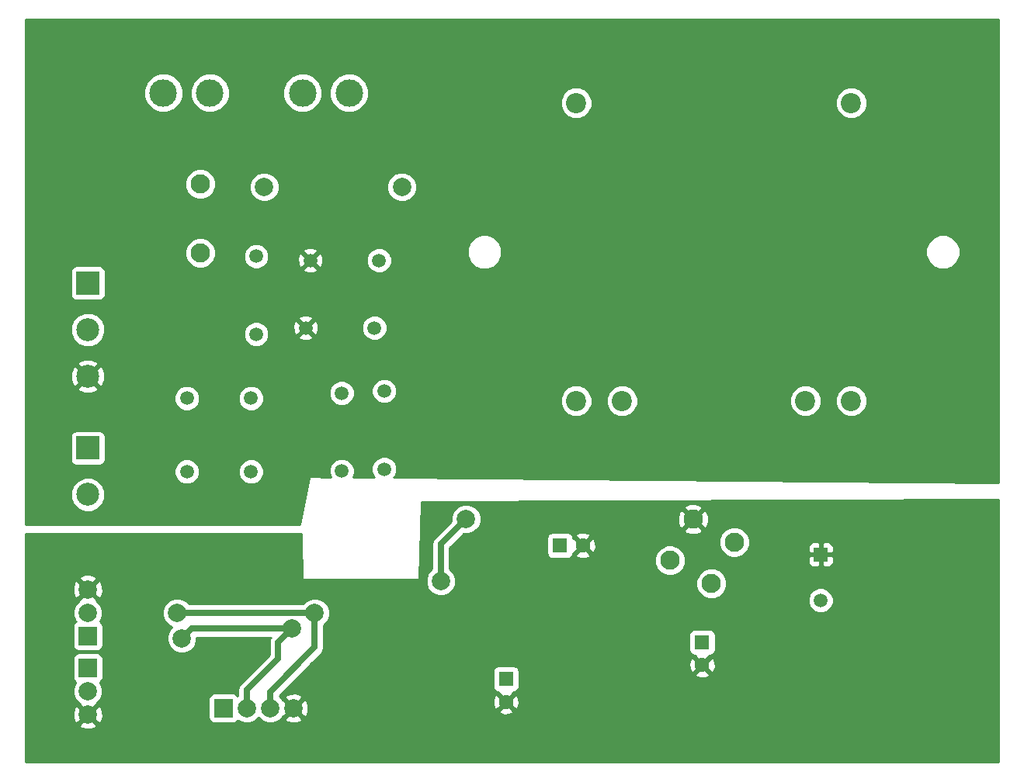
<source format=gtl>
G04 #@! TF.FileFunction,Copper,L1,Top,Signal*
%FSLAX46Y46*%
G04 Gerber Fmt 4.6, Leading zero omitted, Abs format (unit mm)*
G04 Created by KiCad (PCBNEW 4.0.4+dfsg1-stable) date Sun Feb  5 22:53:45 2017*
%MOMM*%
%LPD*%
G01*
G04 APERTURE LIST*
%ADD100C,0.100000*%
%ADD110C,1.500000*%
%ADD120R,1.500000X1.500000*%
%ADD130C,2.100000*%
%ADD140C,3.000000*%
%ADD150R,2.500000X2.500000*%
%ADD160C,2.500000*%
%ADD170R,2.000000X2.000000*%
%ADD180C,2.000000*%
%ADD190C,2.200000*%
%ADD200C,1.600000*%
%ADD210R,1.600000X1.600000*%
%ADD220C,0.700000*%
%ADD230C,0.254000*%
G04 APERTURE END LIST*
D100*
D110*
X87430000Y18380000D03*
D120*
X87430000Y23380000D03*
D130*
X71010000Y22730000D03*
X73510000Y27230000D03*
X75510000Y20230000D03*
X78010000Y24730000D03*
D140*
X35984000Y73772000D03*
X30904000Y73772000D03*
X15744000Y73772000D03*
X20824000Y73772000D03*
D150*
X7500000Y53000000D03*
D160*
X7500000Y47920000D03*
X7500000Y42840000D03*
D150*
X7500000Y35000000D03*
D160*
X7500000Y29920000D03*
D170*
X22300000Y6600000D03*
D180*
X24840000Y6600000D03*
X27380000Y6600000D03*
X29920000Y6600000D03*
D130*
X19768000Y63806000D03*
X19768000Y56306000D03*
D110*
X35190000Y32490000D03*
X35190000Y40990000D03*
X39820000Y32710000D03*
X39820000Y41210000D03*
X25864000Y55924000D03*
X25864000Y47424000D03*
D190*
X60750000Y72650000D03*
X90750000Y72650000D03*
X65750000Y40150000D03*
X60750000Y40150000D03*
X85750000Y40150000D03*
X90750000Y40150000D03*
D180*
X26750000Y63500000D03*
X41750000Y63500000D03*
D110*
X38758000Y48118000D03*
X31258000Y48118000D03*
X31766000Y55484000D03*
X39266000Y55484000D03*
X18300000Y40434000D03*
X25300000Y40434000D03*
X18300000Y32434000D03*
X25300000Y32434000D03*
D170*
X7500000Y14500000D03*
D180*
X7500000Y17040000D03*
X7500000Y19580000D03*
D170*
X7500000Y11000000D03*
D180*
X7500000Y8460000D03*
X7500000Y5920000D03*
D200*
X74500000Y11300000D03*
D210*
X74500000Y13800000D03*
D200*
X61480000Y24360000D03*
D210*
X58980000Y24360000D03*
D200*
X53100000Y7300000D03*
D210*
X53100000Y9800000D03*
D180*
X19000000Y12000000D03*
X35500000Y11750000D03*
X53000000Y21500000D03*
X17750000Y14250000D03*
X29750000Y15300000D03*
X48750000Y27250000D03*
X46000000Y20500000D03*
X17250000Y17000000D03*
X32250000Y17000000D03*
D220*
X19250000Y12250000D02*
X19250000Y12000000D01*
X19000000Y12000000D02*
X19250000Y12250000D01*
X29750000Y15300000D02*
X18800000Y15300000D01*
X18800000Y15300000D02*
X17750000Y14250000D01*
X24840000Y6600000D02*
X24840000Y8590000D01*
X28250000Y12000000D02*
X24840000Y8590000D01*
X28250000Y13800000D02*
X28250000Y12000000D01*
X28250000Y13800000D02*
X29750000Y15300000D01*
X48750000Y27250000D02*
X46000000Y24500000D01*
X46000000Y24500000D02*
X46000000Y20500000D01*
X32250000Y17000000D02*
X17250000Y17000000D01*
X27380000Y6600000D02*
X27380000Y8380000D01*
X32250000Y13250000D02*
X32250000Y17000000D01*
X27380000Y8380000D02*
X32250000Y13250000D01*
D230*
G36*
X106790000Y31202993D02*
X40863943Y31795143D01*
X40993461Y31924436D01*
X41204759Y32433298D01*
X41205240Y32984285D01*
X40994831Y33493515D01*
X40605564Y33883461D01*
X40096702Y34094759D01*
X39545715Y34095240D01*
X39036485Y33884831D01*
X38646539Y33495564D01*
X38435241Y32986702D01*
X38434760Y32435715D01*
X38645169Y31926485D01*
X38757394Y31814065D01*
X36417709Y31835080D01*
X36574759Y32213298D01*
X36575240Y32764285D01*
X36364831Y33273515D01*
X35975564Y33663461D01*
X35466702Y33874759D01*
X34915715Y33875240D01*
X34406485Y33664831D01*
X34016539Y33275564D01*
X33805241Y32766702D01*
X33804760Y32215715D01*
X33952887Y31857219D01*
X31751141Y31876995D01*
X31701643Y31867433D01*
X31659764Y31839367D01*
X31625243Y31773763D01*
X30644907Y26627000D01*
X710000Y26627000D01*
X710000Y29546695D01*
X5614674Y29546695D01*
X5901043Y28853628D01*
X6430839Y28322907D01*
X7123405Y28035328D01*
X7873305Y28034674D01*
X8566372Y28321043D01*
X9097093Y28850839D01*
X9384672Y29543405D01*
X9385326Y30293305D01*
X9098957Y30986372D01*
X8569161Y31517093D01*
X7876595Y31804672D01*
X7126695Y31805326D01*
X6433628Y31518957D01*
X5902907Y30989161D01*
X5615328Y30296595D01*
X5614674Y29546695D01*
X710000Y29546695D01*
X710000Y32159715D01*
X16914760Y32159715D01*
X17125169Y31650485D01*
X17514436Y31260539D01*
X18023298Y31049241D01*
X18574285Y31048760D01*
X19083515Y31259169D01*
X19473461Y31648436D01*
X19684759Y32157298D01*
X19684761Y32159715D01*
X23914760Y32159715D01*
X24125169Y31650485D01*
X24514436Y31260539D01*
X25023298Y31049241D01*
X25574285Y31048760D01*
X26083515Y31259169D01*
X26473461Y31648436D01*
X26684759Y32157298D01*
X26685240Y32708285D01*
X26474831Y33217515D01*
X26085564Y33607461D01*
X25576702Y33818759D01*
X25025715Y33819240D01*
X24516485Y33608831D01*
X24126539Y33219564D01*
X23915241Y32710702D01*
X23914760Y32159715D01*
X19684761Y32159715D01*
X19685240Y32708285D01*
X19474831Y33217515D01*
X19085564Y33607461D01*
X18576702Y33818759D01*
X18025715Y33819240D01*
X17516485Y33608831D01*
X17126539Y33219564D01*
X16915241Y32710702D01*
X16914760Y32159715D01*
X710000Y32159715D01*
X710000Y36250000D01*
X5602560Y36250000D01*
X5602560Y33750000D01*
X5646838Y33514683D01*
X5785910Y33298559D01*
X5998110Y33153569D01*
X6250000Y33102560D01*
X8750000Y33102560D01*
X8985317Y33146838D01*
X9201441Y33285910D01*
X9346431Y33498110D01*
X9397440Y33750000D01*
X9397440Y36250000D01*
X9353162Y36485317D01*
X9214090Y36701441D01*
X9001890Y36846431D01*
X8750000Y36897440D01*
X6250000Y36897440D01*
X6014683Y36853162D01*
X5798559Y36714090D01*
X5653569Y36501890D01*
X5602560Y36250000D01*
X710000Y36250000D01*
X710000Y40159715D01*
X16914760Y40159715D01*
X17125169Y39650485D01*
X17514436Y39260539D01*
X18023298Y39049241D01*
X18574285Y39048760D01*
X19083515Y39259169D01*
X19473461Y39648436D01*
X19684759Y40157298D01*
X19684761Y40159715D01*
X23914760Y40159715D01*
X24125169Y39650485D01*
X24514436Y39260539D01*
X25023298Y39049241D01*
X25574285Y39048760D01*
X26083515Y39259169D01*
X26473461Y39648436D01*
X26684759Y40157298D01*
X26685240Y40708285D01*
X26682170Y40715715D01*
X33804760Y40715715D01*
X34015169Y40206485D01*
X34404436Y39816539D01*
X34913298Y39605241D01*
X35464285Y39604760D01*
X35952294Y39806401D01*
X59014699Y39806401D01*
X59278281Y39168485D01*
X59765918Y38679996D01*
X60403373Y38415301D01*
X61093599Y38414699D01*
X61731515Y38678281D01*
X62220004Y39165918D01*
X62484699Y39803373D01*
X62484701Y39806401D01*
X64014699Y39806401D01*
X64278281Y39168485D01*
X64765918Y38679996D01*
X65403373Y38415301D01*
X66093599Y38414699D01*
X66731515Y38678281D01*
X67220004Y39165918D01*
X67484699Y39803373D01*
X67484701Y39806401D01*
X84014699Y39806401D01*
X84278281Y39168485D01*
X84765918Y38679996D01*
X85403373Y38415301D01*
X86093599Y38414699D01*
X86731515Y38678281D01*
X87220004Y39165918D01*
X87484699Y39803373D01*
X87484701Y39806401D01*
X89014699Y39806401D01*
X89278281Y39168485D01*
X89765918Y38679996D01*
X90403373Y38415301D01*
X91093599Y38414699D01*
X91731515Y38678281D01*
X92220004Y39165918D01*
X92484699Y39803373D01*
X92485301Y40493599D01*
X92221719Y41131515D01*
X91734082Y41620004D01*
X91096627Y41884699D01*
X90406401Y41885301D01*
X89768485Y41621719D01*
X89279996Y41134082D01*
X89015301Y40496627D01*
X89014699Y39806401D01*
X87484701Y39806401D01*
X87485301Y40493599D01*
X87221719Y41131515D01*
X86734082Y41620004D01*
X86096627Y41884699D01*
X85406401Y41885301D01*
X84768485Y41621719D01*
X84279996Y41134082D01*
X84015301Y40496627D01*
X84014699Y39806401D01*
X67484701Y39806401D01*
X67485301Y40493599D01*
X67221719Y41131515D01*
X66734082Y41620004D01*
X66096627Y41884699D01*
X65406401Y41885301D01*
X64768485Y41621719D01*
X64279996Y41134082D01*
X64015301Y40496627D01*
X64014699Y39806401D01*
X62484701Y39806401D01*
X62485301Y40493599D01*
X62221719Y41131515D01*
X61734082Y41620004D01*
X61096627Y41884699D01*
X60406401Y41885301D01*
X59768485Y41621719D01*
X59279996Y41134082D01*
X59015301Y40496627D01*
X59014699Y39806401D01*
X35952294Y39806401D01*
X35973515Y39815169D01*
X36363461Y40204436D01*
X36574759Y40713298D01*
X36574953Y40935715D01*
X38434760Y40935715D01*
X38645169Y40426485D01*
X39034436Y40036539D01*
X39543298Y39825241D01*
X40094285Y39824760D01*
X40603515Y40035169D01*
X40993461Y40424436D01*
X41204759Y40933298D01*
X41205240Y41484285D01*
X40994831Y41993515D01*
X40605564Y42383461D01*
X40096702Y42594759D01*
X39545715Y42595240D01*
X39036485Y42384831D01*
X38646539Y41995564D01*
X38435241Y41486702D01*
X38434760Y40935715D01*
X36574953Y40935715D01*
X36575240Y41264285D01*
X36364831Y41773515D01*
X35975564Y42163461D01*
X35466702Y42374759D01*
X34915715Y42375240D01*
X34406485Y42164831D01*
X34016539Y41775564D01*
X33805241Y41266702D01*
X33804760Y40715715D01*
X26682170Y40715715D01*
X26474831Y41217515D01*
X26085564Y41607461D01*
X25576702Y41818759D01*
X25025715Y41819240D01*
X24516485Y41608831D01*
X24126539Y41219564D01*
X23915241Y40710702D01*
X23914760Y40159715D01*
X19684761Y40159715D01*
X19685240Y40708285D01*
X19474831Y41217515D01*
X19085564Y41607461D01*
X18576702Y41818759D01*
X18025715Y41819240D01*
X17516485Y41608831D01*
X17126539Y41219564D01*
X16915241Y40710702D01*
X16914760Y40159715D01*
X710000Y40159715D01*
X710000Y41506680D01*
X6346285Y41506680D01*
X6475533Y41213877D01*
X7175806Y40945612D01*
X7925435Y40965750D01*
X8524467Y41213877D01*
X8653715Y41506680D01*
X7500000Y42660395D01*
X6346285Y41506680D01*
X710000Y41506680D01*
X710000Y43164194D01*
X5605612Y43164194D01*
X5625750Y42414565D01*
X5873877Y41815533D01*
X6166680Y41686285D01*
X7320395Y42840000D01*
X7679605Y42840000D01*
X8833320Y41686285D01*
X9126123Y41815533D01*
X9394388Y42515806D01*
X9374250Y43265435D01*
X9126123Y43864467D01*
X8833320Y43993715D01*
X7679605Y42840000D01*
X7320395Y42840000D01*
X6166680Y43993715D01*
X5873877Y43864467D01*
X5605612Y43164194D01*
X710000Y43164194D01*
X710000Y44173320D01*
X6346285Y44173320D01*
X7500000Y43019605D01*
X8653715Y44173320D01*
X8524467Y44466123D01*
X7824194Y44734388D01*
X7074565Y44714250D01*
X6475533Y44466123D01*
X6346285Y44173320D01*
X710000Y44173320D01*
X710000Y47546695D01*
X5614674Y47546695D01*
X5901043Y46853628D01*
X6430839Y46322907D01*
X7123405Y46035328D01*
X7873305Y46034674D01*
X8566372Y46321043D01*
X9097093Y46850839D01*
X9221197Y47149715D01*
X24478760Y47149715D01*
X24689169Y46640485D01*
X25078436Y46250539D01*
X25587298Y46039241D01*
X26138285Y46038760D01*
X26647515Y46249169D01*
X27037461Y46638436D01*
X27248420Y47146483D01*
X30466088Y47146483D01*
X30534077Y46905540D01*
X31053171Y46720799D01*
X31603448Y46748770D01*
X31981923Y46905540D01*
X32049912Y47146483D01*
X31258000Y47938395D01*
X30466088Y47146483D01*
X27248420Y47146483D01*
X27248759Y47147298D01*
X27249240Y47698285D01*
X27038831Y48207515D01*
X26923718Y48322829D01*
X29860799Y48322829D01*
X29888770Y47772552D01*
X30045540Y47394077D01*
X30286483Y47326088D01*
X31078395Y48118000D01*
X31437605Y48118000D01*
X32229517Y47326088D01*
X32470460Y47394077D01*
X32630482Y47843715D01*
X37372760Y47843715D01*
X37583169Y47334485D01*
X37972436Y46944539D01*
X38481298Y46733241D01*
X39032285Y46732760D01*
X39541515Y46943169D01*
X39931461Y47332436D01*
X40142759Y47841298D01*
X40143240Y48392285D01*
X39932831Y48901515D01*
X39543564Y49291461D01*
X39034702Y49502759D01*
X38483715Y49503240D01*
X37974485Y49292831D01*
X37584539Y48903564D01*
X37373241Y48394702D01*
X37372760Y47843715D01*
X32630482Y47843715D01*
X32655201Y47913171D01*
X32627230Y48463448D01*
X32470460Y48841923D01*
X32229517Y48909912D01*
X31437605Y48118000D01*
X31078395Y48118000D01*
X30286483Y48909912D01*
X30045540Y48841923D01*
X29860799Y48322829D01*
X26923718Y48322829D01*
X26649564Y48597461D01*
X26140702Y48808759D01*
X25589715Y48809240D01*
X25080485Y48598831D01*
X24690539Y48209564D01*
X24479241Y47700702D01*
X24478760Y47149715D01*
X9221197Y47149715D01*
X9384672Y47543405D01*
X9385326Y48293305D01*
X9098957Y48986372D01*
X8995992Y49089517D01*
X30466088Y49089517D01*
X31258000Y48297605D01*
X32049912Y49089517D01*
X31981923Y49330460D01*
X31462829Y49515201D01*
X30912552Y49487230D01*
X30534077Y49330460D01*
X30466088Y49089517D01*
X8995992Y49089517D01*
X8569161Y49517093D01*
X7876595Y49804672D01*
X7126695Y49805326D01*
X6433628Y49518957D01*
X5902907Y48989161D01*
X5615328Y48296595D01*
X5614674Y47546695D01*
X710000Y47546695D01*
X710000Y54250000D01*
X5602560Y54250000D01*
X5602560Y51750000D01*
X5646838Y51514683D01*
X5785910Y51298559D01*
X5998110Y51153569D01*
X6250000Y51102560D01*
X8750000Y51102560D01*
X8985317Y51146838D01*
X9201441Y51285910D01*
X9346431Y51498110D01*
X9397440Y51750000D01*
X9397440Y54250000D01*
X9353162Y54485317D01*
X9335682Y54512483D01*
X30974088Y54512483D01*
X31042077Y54271540D01*
X31561171Y54086799D01*
X32111448Y54114770D01*
X32489923Y54271540D01*
X32557912Y54512483D01*
X31766000Y55304395D01*
X30974088Y54512483D01*
X9335682Y54512483D01*
X9214090Y54701441D01*
X9001890Y54846431D01*
X8750000Y54897440D01*
X6250000Y54897440D01*
X6014683Y54853162D01*
X5798559Y54714090D01*
X5653569Y54501890D01*
X5602560Y54250000D01*
X710000Y54250000D01*
X710000Y55972303D01*
X18082708Y55972303D01*
X18338694Y55352771D01*
X18812278Y54878360D01*
X19431362Y54621293D01*
X20101697Y54620708D01*
X20721229Y54876694D01*
X21195640Y55350278D01*
X21319977Y55649715D01*
X24478760Y55649715D01*
X24689169Y55140485D01*
X25078436Y54750539D01*
X25587298Y54539241D01*
X26138285Y54538760D01*
X26647515Y54749169D01*
X27037461Y55138436D01*
X27248759Y55647298D01*
X27248795Y55688829D01*
X30368799Y55688829D01*
X30396770Y55138552D01*
X30553540Y54760077D01*
X30794483Y54692088D01*
X31586395Y55484000D01*
X31945605Y55484000D01*
X32737517Y54692088D01*
X32978460Y54760077D01*
X33138482Y55209715D01*
X37880760Y55209715D01*
X38091169Y54700485D01*
X38480436Y54310539D01*
X38989298Y54099241D01*
X39540285Y54098760D01*
X40049515Y54309169D01*
X40439461Y54698436D01*
X40650759Y55207298D01*
X40651240Y55758285D01*
X40540336Y56026695D01*
X48864674Y56026695D01*
X49151043Y55333628D01*
X49680839Y54802907D01*
X50373405Y54515328D01*
X51123305Y54514674D01*
X51816372Y54801043D01*
X52347093Y55330839D01*
X52634672Y56023405D01*
X52634674Y56026695D01*
X98864674Y56026695D01*
X99151043Y55333628D01*
X99680839Y54802907D01*
X100373405Y54515328D01*
X101123305Y54514674D01*
X101816372Y54801043D01*
X102347093Y55330839D01*
X102634672Y56023405D01*
X102635326Y56773305D01*
X102348957Y57466372D01*
X101819161Y57997093D01*
X101126595Y58284672D01*
X100376695Y58285326D01*
X99683628Y57998957D01*
X99152907Y57469161D01*
X98865328Y56776595D01*
X98864674Y56026695D01*
X52634674Y56026695D01*
X52635326Y56773305D01*
X52348957Y57466372D01*
X51819161Y57997093D01*
X51126595Y58284672D01*
X50376695Y58285326D01*
X49683628Y57998957D01*
X49152907Y57469161D01*
X48865328Y56776595D01*
X48864674Y56026695D01*
X40540336Y56026695D01*
X40440831Y56267515D01*
X40051564Y56657461D01*
X39542702Y56868759D01*
X38991715Y56869240D01*
X38482485Y56658831D01*
X38092539Y56269564D01*
X37881241Y55760702D01*
X37880760Y55209715D01*
X33138482Y55209715D01*
X33163201Y55279171D01*
X33135230Y55829448D01*
X32978460Y56207923D01*
X32737517Y56275912D01*
X31945605Y55484000D01*
X31586395Y55484000D01*
X30794483Y56275912D01*
X30553540Y56207923D01*
X30368799Y55688829D01*
X27248795Y55688829D01*
X27249240Y56198285D01*
X27142955Y56455517D01*
X30974088Y56455517D01*
X31766000Y55663605D01*
X32557912Y56455517D01*
X32489923Y56696460D01*
X31970829Y56881201D01*
X31420552Y56853230D01*
X31042077Y56696460D01*
X30974088Y56455517D01*
X27142955Y56455517D01*
X27038831Y56707515D01*
X26649564Y57097461D01*
X26140702Y57308759D01*
X25589715Y57309240D01*
X25080485Y57098831D01*
X24690539Y56709564D01*
X24479241Y56200702D01*
X24478760Y55649715D01*
X21319977Y55649715D01*
X21452707Y55969362D01*
X21453292Y56639697D01*
X21197306Y57259229D01*
X20723722Y57733640D01*
X20104638Y57990707D01*
X19434303Y57991292D01*
X18814771Y57735306D01*
X18340360Y57261722D01*
X18083293Y56642638D01*
X18082708Y55972303D01*
X710000Y55972303D01*
X710000Y63472303D01*
X18082708Y63472303D01*
X18338694Y62852771D01*
X18812278Y62378360D01*
X19431362Y62121293D01*
X20101697Y62120708D01*
X20721229Y62376694D01*
X21195640Y62850278D01*
X21330977Y63176205D01*
X25114716Y63176205D01*
X25363106Y62575057D01*
X25822637Y62114722D01*
X26423352Y61865284D01*
X27073795Y61864716D01*
X27674943Y62113106D01*
X28135278Y62572637D01*
X28384716Y63173352D01*
X28384718Y63176205D01*
X40114716Y63176205D01*
X40363106Y62575057D01*
X40822637Y62114722D01*
X41423352Y61865284D01*
X42073795Y61864716D01*
X42674943Y62113106D01*
X43135278Y62572637D01*
X43384716Y63173352D01*
X43385284Y63823795D01*
X43136894Y64424943D01*
X42677363Y64885278D01*
X42076648Y65134716D01*
X41426205Y65135284D01*
X40825057Y64886894D01*
X40364722Y64427363D01*
X40115284Y63826648D01*
X40114716Y63176205D01*
X28384718Y63176205D01*
X28385284Y63823795D01*
X28136894Y64424943D01*
X27677363Y64885278D01*
X27076648Y65134716D01*
X26426205Y65135284D01*
X25825057Y64886894D01*
X25364722Y64427363D01*
X25115284Y63826648D01*
X25114716Y63176205D01*
X21330977Y63176205D01*
X21452707Y63469362D01*
X21453292Y64139697D01*
X21197306Y64759229D01*
X20723722Y65233640D01*
X20104638Y65490707D01*
X19434303Y65491292D01*
X18814771Y65235306D01*
X18340360Y64761722D01*
X18083293Y64142638D01*
X18082708Y63472303D01*
X710000Y63472303D01*
X710000Y73349185D01*
X13608630Y73349185D01*
X13932980Y72564200D01*
X14533041Y71963091D01*
X15317459Y71637372D01*
X16166815Y71636630D01*
X16951800Y71960980D01*
X17552909Y72561041D01*
X17878628Y73345459D01*
X17878631Y73349185D01*
X18688630Y73349185D01*
X19012980Y72564200D01*
X19613041Y71963091D01*
X20397459Y71637372D01*
X21246815Y71636630D01*
X22031800Y71960980D01*
X22632909Y72561041D01*
X22958628Y73345459D01*
X22958631Y73349185D01*
X28768630Y73349185D01*
X29092980Y72564200D01*
X29693041Y71963091D01*
X30477459Y71637372D01*
X31326815Y71636630D01*
X32111800Y71960980D01*
X32712909Y72561041D01*
X33038628Y73345459D01*
X33038631Y73349185D01*
X33848630Y73349185D01*
X34172980Y72564200D01*
X34773041Y71963091D01*
X35557459Y71637372D01*
X36406815Y71636630D01*
X37191800Y71960980D01*
X37537824Y72306401D01*
X59014699Y72306401D01*
X59278281Y71668485D01*
X59765918Y71179996D01*
X60403373Y70915301D01*
X61093599Y70914699D01*
X61731515Y71178281D01*
X62220004Y71665918D01*
X62484699Y72303373D01*
X62484701Y72306401D01*
X89014699Y72306401D01*
X89278281Y71668485D01*
X89765918Y71179996D01*
X90403373Y70915301D01*
X91093599Y70914699D01*
X91731515Y71178281D01*
X92220004Y71665918D01*
X92484699Y72303373D01*
X92485301Y72993599D01*
X92221719Y73631515D01*
X91734082Y74120004D01*
X91096627Y74384699D01*
X90406401Y74385301D01*
X89768485Y74121719D01*
X89279996Y73634082D01*
X89015301Y72996627D01*
X89014699Y72306401D01*
X62484701Y72306401D01*
X62485301Y72993599D01*
X62221719Y73631515D01*
X61734082Y74120004D01*
X61096627Y74384699D01*
X60406401Y74385301D01*
X59768485Y74121719D01*
X59279996Y73634082D01*
X59015301Y72996627D01*
X59014699Y72306401D01*
X37537824Y72306401D01*
X37792909Y72561041D01*
X38118628Y73345459D01*
X38119370Y74194815D01*
X37795020Y74979800D01*
X37194959Y75580909D01*
X36410541Y75906628D01*
X35561185Y75907370D01*
X34776200Y75583020D01*
X34175091Y74982959D01*
X33849372Y74198541D01*
X33848630Y73349185D01*
X33038631Y73349185D01*
X33039370Y74194815D01*
X32715020Y74979800D01*
X32114959Y75580909D01*
X31330541Y75906628D01*
X30481185Y75907370D01*
X29696200Y75583020D01*
X29095091Y74982959D01*
X28769372Y74198541D01*
X28768630Y73349185D01*
X22958631Y73349185D01*
X22959370Y74194815D01*
X22635020Y74979800D01*
X22034959Y75580909D01*
X21250541Y75906628D01*
X20401185Y75907370D01*
X19616200Y75583020D01*
X19015091Y74982959D01*
X18689372Y74198541D01*
X18688630Y73349185D01*
X17878631Y73349185D01*
X17879370Y74194815D01*
X17555020Y74979800D01*
X16954959Y75580909D01*
X16170541Y75906628D01*
X15321185Y75907370D01*
X14536200Y75583020D01*
X13935091Y74982959D01*
X13609372Y74198541D01*
X13608630Y73349185D01*
X710000Y73349185D01*
X710000Y81790000D01*
X106790000Y81790000D01*
X106790000Y31202993D01*
X106790000Y31202993D01*
G37*
X106790000Y31202993D02*
X40863943Y31795143D01*
X40993461Y31924436D01*
X41204759Y32433298D01*
X41205240Y32984285D01*
X40994831Y33493515D01*
X40605564Y33883461D01*
X40096702Y34094759D01*
X39545715Y34095240D01*
X39036485Y33884831D01*
X38646539Y33495564D01*
X38435241Y32986702D01*
X38434760Y32435715D01*
X38645169Y31926485D01*
X38757394Y31814065D01*
X36417709Y31835080D01*
X36574759Y32213298D01*
X36575240Y32764285D01*
X36364831Y33273515D01*
X35975564Y33663461D01*
X35466702Y33874759D01*
X34915715Y33875240D01*
X34406485Y33664831D01*
X34016539Y33275564D01*
X33805241Y32766702D01*
X33804760Y32215715D01*
X33952887Y31857219D01*
X31751141Y31876995D01*
X31701643Y31867433D01*
X31659764Y31839367D01*
X31625243Y31773763D01*
X30644907Y26627000D01*
X710000Y26627000D01*
X710000Y29546695D01*
X5614674Y29546695D01*
X5901043Y28853628D01*
X6430839Y28322907D01*
X7123405Y28035328D01*
X7873305Y28034674D01*
X8566372Y28321043D01*
X9097093Y28850839D01*
X9384672Y29543405D01*
X9385326Y30293305D01*
X9098957Y30986372D01*
X8569161Y31517093D01*
X7876595Y31804672D01*
X7126695Y31805326D01*
X6433628Y31518957D01*
X5902907Y30989161D01*
X5615328Y30296595D01*
X5614674Y29546695D01*
X710000Y29546695D01*
X710000Y32159715D01*
X16914760Y32159715D01*
X17125169Y31650485D01*
X17514436Y31260539D01*
X18023298Y31049241D01*
X18574285Y31048760D01*
X19083515Y31259169D01*
X19473461Y31648436D01*
X19684759Y32157298D01*
X19684761Y32159715D01*
X23914760Y32159715D01*
X24125169Y31650485D01*
X24514436Y31260539D01*
X25023298Y31049241D01*
X25574285Y31048760D01*
X26083515Y31259169D01*
X26473461Y31648436D01*
X26684759Y32157298D01*
X26685240Y32708285D01*
X26474831Y33217515D01*
X26085564Y33607461D01*
X25576702Y33818759D01*
X25025715Y33819240D01*
X24516485Y33608831D01*
X24126539Y33219564D01*
X23915241Y32710702D01*
X23914760Y32159715D01*
X19684761Y32159715D01*
X19685240Y32708285D01*
X19474831Y33217515D01*
X19085564Y33607461D01*
X18576702Y33818759D01*
X18025715Y33819240D01*
X17516485Y33608831D01*
X17126539Y33219564D01*
X16915241Y32710702D01*
X16914760Y32159715D01*
X710000Y32159715D01*
X710000Y36250000D01*
X5602560Y36250000D01*
X5602560Y33750000D01*
X5646838Y33514683D01*
X5785910Y33298559D01*
X5998110Y33153569D01*
X6250000Y33102560D01*
X8750000Y33102560D01*
X8985317Y33146838D01*
X9201441Y33285910D01*
X9346431Y33498110D01*
X9397440Y33750000D01*
X9397440Y36250000D01*
X9353162Y36485317D01*
X9214090Y36701441D01*
X9001890Y36846431D01*
X8750000Y36897440D01*
X6250000Y36897440D01*
X6014683Y36853162D01*
X5798559Y36714090D01*
X5653569Y36501890D01*
X5602560Y36250000D01*
X710000Y36250000D01*
X710000Y40159715D01*
X16914760Y40159715D01*
X17125169Y39650485D01*
X17514436Y39260539D01*
X18023298Y39049241D01*
X18574285Y39048760D01*
X19083515Y39259169D01*
X19473461Y39648436D01*
X19684759Y40157298D01*
X19684761Y40159715D01*
X23914760Y40159715D01*
X24125169Y39650485D01*
X24514436Y39260539D01*
X25023298Y39049241D01*
X25574285Y39048760D01*
X26083515Y39259169D01*
X26473461Y39648436D01*
X26684759Y40157298D01*
X26685240Y40708285D01*
X26682170Y40715715D01*
X33804760Y40715715D01*
X34015169Y40206485D01*
X34404436Y39816539D01*
X34913298Y39605241D01*
X35464285Y39604760D01*
X35952294Y39806401D01*
X59014699Y39806401D01*
X59278281Y39168485D01*
X59765918Y38679996D01*
X60403373Y38415301D01*
X61093599Y38414699D01*
X61731515Y38678281D01*
X62220004Y39165918D01*
X62484699Y39803373D01*
X62484701Y39806401D01*
X64014699Y39806401D01*
X64278281Y39168485D01*
X64765918Y38679996D01*
X65403373Y38415301D01*
X66093599Y38414699D01*
X66731515Y38678281D01*
X67220004Y39165918D01*
X67484699Y39803373D01*
X67484701Y39806401D01*
X84014699Y39806401D01*
X84278281Y39168485D01*
X84765918Y38679996D01*
X85403373Y38415301D01*
X86093599Y38414699D01*
X86731515Y38678281D01*
X87220004Y39165918D01*
X87484699Y39803373D01*
X87484701Y39806401D01*
X89014699Y39806401D01*
X89278281Y39168485D01*
X89765918Y38679996D01*
X90403373Y38415301D01*
X91093599Y38414699D01*
X91731515Y38678281D01*
X92220004Y39165918D01*
X92484699Y39803373D01*
X92485301Y40493599D01*
X92221719Y41131515D01*
X91734082Y41620004D01*
X91096627Y41884699D01*
X90406401Y41885301D01*
X89768485Y41621719D01*
X89279996Y41134082D01*
X89015301Y40496627D01*
X89014699Y39806401D01*
X87484701Y39806401D01*
X87485301Y40493599D01*
X87221719Y41131515D01*
X86734082Y41620004D01*
X86096627Y41884699D01*
X85406401Y41885301D01*
X84768485Y41621719D01*
X84279996Y41134082D01*
X84015301Y40496627D01*
X84014699Y39806401D01*
X67484701Y39806401D01*
X67485301Y40493599D01*
X67221719Y41131515D01*
X66734082Y41620004D01*
X66096627Y41884699D01*
X65406401Y41885301D01*
X64768485Y41621719D01*
X64279996Y41134082D01*
X64015301Y40496627D01*
X64014699Y39806401D01*
X62484701Y39806401D01*
X62485301Y40493599D01*
X62221719Y41131515D01*
X61734082Y41620004D01*
X61096627Y41884699D01*
X60406401Y41885301D01*
X59768485Y41621719D01*
X59279996Y41134082D01*
X59015301Y40496627D01*
X59014699Y39806401D01*
X35952294Y39806401D01*
X35973515Y39815169D01*
X36363461Y40204436D01*
X36574759Y40713298D01*
X36574953Y40935715D01*
X38434760Y40935715D01*
X38645169Y40426485D01*
X39034436Y40036539D01*
X39543298Y39825241D01*
X40094285Y39824760D01*
X40603515Y40035169D01*
X40993461Y40424436D01*
X41204759Y40933298D01*
X41205240Y41484285D01*
X40994831Y41993515D01*
X40605564Y42383461D01*
X40096702Y42594759D01*
X39545715Y42595240D01*
X39036485Y42384831D01*
X38646539Y41995564D01*
X38435241Y41486702D01*
X38434760Y40935715D01*
X36574953Y40935715D01*
X36575240Y41264285D01*
X36364831Y41773515D01*
X35975564Y42163461D01*
X35466702Y42374759D01*
X34915715Y42375240D01*
X34406485Y42164831D01*
X34016539Y41775564D01*
X33805241Y41266702D01*
X33804760Y40715715D01*
X26682170Y40715715D01*
X26474831Y41217515D01*
X26085564Y41607461D01*
X25576702Y41818759D01*
X25025715Y41819240D01*
X24516485Y41608831D01*
X24126539Y41219564D01*
X23915241Y40710702D01*
X23914760Y40159715D01*
X19684761Y40159715D01*
X19685240Y40708285D01*
X19474831Y41217515D01*
X19085564Y41607461D01*
X18576702Y41818759D01*
X18025715Y41819240D01*
X17516485Y41608831D01*
X17126539Y41219564D01*
X16915241Y40710702D01*
X16914760Y40159715D01*
X710000Y40159715D01*
X710000Y41506680D01*
X6346285Y41506680D01*
X6475533Y41213877D01*
X7175806Y40945612D01*
X7925435Y40965750D01*
X8524467Y41213877D01*
X8653715Y41506680D01*
X7500000Y42660395D01*
X6346285Y41506680D01*
X710000Y41506680D01*
X710000Y43164194D01*
X5605612Y43164194D01*
X5625750Y42414565D01*
X5873877Y41815533D01*
X6166680Y41686285D01*
X7320395Y42840000D01*
X7679605Y42840000D01*
X8833320Y41686285D01*
X9126123Y41815533D01*
X9394388Y42515806D01*
X9374250Y43265435D01*
X9126123Y43864467D01*
X8833320Y43993715D01*
X7679605Y42840000D01*
X7320395Y42840000D01*
X6166680Y43993715D01*
X5873877Y43864467D01*
X5605612Y43164194D01*
X710000Y43164194D01*
X710000Y44173320D01*
X6346285Y44173320D01*
X7500000Y43019605D01*
X8653715Y44173320D01*
X8524467Y44466123D01*
X7824194Y44734388D01*
X7074565Y44714250D01*
X6475533Y44466123D01*
X6346285Y44173320D01*
X710000Y44173320D01*
X710000Y47546695D01*
X5614674Y47546695D01*
X5901043Y46853628D01*
X6430839Y46322907D01*
X7123405Y46035328D01*
X7873305Y46034674D01*
X8566372Y46321043D01*
X9097093Y46850839D01*
X9221197Y47149715D01*
X24478760Y47149715D01*
X24689169Y46640485D01*
X25078436Y46250539D01*
X25587298Y46039241D01*
X26138285Y46038760D01*
X26647515Y46249169D01*
X27037461Y46638436D01*
X27248420Y47146483D01*
X30466088Y47146483D01*
X30534077Y46905540D01*
X31053171Y46720799D01*
X31603448Y46748770D01*
X31981923Y46905540D01*
X32049912Y47146483D01*
X31258000Y47938395D01*
X30466088Y47146483D01*
X27248420Y47146483D01*
X27248759Y47147298D01*
X27249240Y47698285D01*
X27038831Y48207515D01*
X26923718Y48322829D01*
X29860799Y48322829D01*
X29888770Y47772552D01*
X30045540Y47394077D01*
X30286483Y47326088D01*
X31078395Y48118000D01*
X31437605Y48118000D01*
X32229517Y47326088D01*
X32470460Y47394077D01*
X32630482Y47843715D01*
X37372760Y47843715D01*
X37583169Y47334485D01*
X37972436Y46944539D01*
X38481298Y46733241D01*
X39032285Y46732760D01*
X39541515Y46943169D01*
X39931461Y47332436D01*
X40142759Y47841298D01*
X40143240Y48392285D01*
X39932831Y48901515D01*
X39543564Y49291461D01*
X39034702Y49502759D01*
X38483715Y49503240D01*
X37974485Y49292831D01*
X37584539Y48903564D01*
X37373241Y48394702D01*
X37372760Y47843715D01*
X32630482Y47843715D01*
X32655201Y47913171D01*
X32627230Y48463448D01*
X32470460Y48841923D01*
X32229517Y48909912D01*
X31437605Y48118000D01*
X31078395Y48118000D01*
X30286483Y48909912D01*
X30045540Y48841923D01*
X29860799Y48322829D01*
X26923718Y48322829D01*
X26649564Y48597461D01*
X26140702Y48808759D01*
X25589715Y48809240D01*
X25080485Y48598831D01*
X24690539Y48209564D01*
X24479241Y47700702D01*
X24478760Y47149715D01*
X9221197Y47149715D01*
X9384672Y47543405D01*
X9385326Y48293305D01*
X9098957Y48986372D01*
X8995992Y49089517D01*
X30466088Y49089517D01*
X31258000Y48297605D01*
X32049912Y49089517D01*
X31981923Y49330460D01*
X31462829Y49515201D01*
X30912552Y49487230D01*
X30534077Y49330460D01*
X30466088Y49089517D01*
X8995992Y49089517D01*
X8569161Y49517093D01*
X7876595Y49804672D01*
X7126695Y49805326D01*
X6433628Y49518957D01*
X5902907Y48989161D01*
X5615328Y48296595D01*
X5614674Y47546695D01*
X710000Y47546695D01*
X710000Y54250000D01*
X5602560Y54250000D01*
X5602560Y51750000D01*
X5646838Y51514683D01*
X5785910Y51298559D01*
X5998110Y51153569D01*
X6250000Y51102560D01*
X8750000Y51102560D01*
X8985317Y51146838D01*
X9201441Y51285910D01*
X9346431Y51498110D01*
X9397440Y51750000D01*
X9397440Y54250000D01*
X9353162Y54485317D01*
X9335682Y54512483D01*
X30974088Y54512483D01*
X31042077Y54271540D01*
X31561171Y54086799D01*
X32111448Y54114770D01*
X32489923Y54271540D01*
X32557912Y54512483D01*
X31766000Y55304395D01*
X30974088Y54512483D01*
X9335682Y54512483D01*
X9214090Y54701441D01*
X9001890Y54846431D01*
X8750000Y54897440D01*
X6250000Y54897440D01*
X6014683Y54853162D01*
X5798559Y54714090D01*
X5653569Y54501890D01*
X5602560Y54250000D01*
X710000Y54250000D01*
X710000Y55972303D01*
X18082708Y55972303D01*
X18338694Y55352771D01*
X18812278Y54878360D01*
X19431362Y54621293D01*
X20101697Y54620708D01*
X20721229Y54876694D01*
X21195640Y55350278D01*
X21319977Y55649715D01*
X24478760Y55649715D01*
X24689169Y55140485D01*
X25078436Y54750539D01*
X25587298Y54539241D01*
X26138285Y54538760D01*
X26647515Y54749169D01*
X27037461Y55138436D01*
X27248759Y55647298D01*
X27248795Y55688829D01*
X30368799Y55688829D01*
X30396770Y55138552D01*
X30553540Y54760077D01*
X30794483Y54692088D01*
X31586395Y55484000D01*
X31945605Y55484000D01*
X32737517Y54692088D01*
X32978460Y54760077D01*
X33138482Y55209715D01*
X37880760Y55209715D01*
X38091169Y54700485D01*
X38480436Y54310539D01*
X38989298Y54099241D01*
X39540285Y54098760D01*
X40049515Y54309169D01*
X40439461Y54698436D01*
X40650759Y55207298D01*
X40651240Y55758285D01*
X40540336Y56026695D01*
X48864674Y56026695D01*
X49151043Y55333628D01*
X49680839Y54802907D01*
X50373405Y54515328D01*
X51123305Y54514674D01*
X51816372Y54801043D01*
X52347093Y55330839D01*
X52634672Y56023405D01*
X52634674Y56026695D01*
X98864674Y56026695D01*
X99151043Y55333628D01*
X99680839Y54802907D01*
X100373405Y54515328D01*
X101123305Y54514674D01*
X101816372Y54801043D01*
X102347093Y55330839D01*
X102634672Y56023405D01*
X102635326Y56773305D01*
X102348957Y57466372D01*
X101819161Y57997093D01*
X101126595Y58284672D01*
X100376695Y58285326D01*
X99683628Y57998957D01*
X99152907Y57469161D01*
X98865328Y56776595D01*
X98864674Y56026695D01*
X52634674Y56026695D01*
X52635326Y56773305D01*
X52348957Y57466372D01*
X51819161Y57997093D01*
X51126595Y58284672D01*
X50376695Y58285326D01*
X49683628Y57998957D01*
X49152907Y57469161D01*
X48865328Y56776595D01*
X48864674Y56026695D01*
X40540336Y56026695D01*
X40440831Y56267515D01*
X40051564Y56657461D01*
X39542702Y56868759D01*
X38991715Y56869240D01*
X38482485Y56658831D01*
X38092539Y56269564D01*
X37881241Y55760702D01*
X37880760Y55209715D01*
X33138482Y55209715D01*
X33163201Y55279171D01*
X33135230Y55829448D01*
X32978460Y56207923D01*
X32737517Y56275912D01*
X31945605Y55484000D01*
X31586395Y55484000D01*
X30794483Y56275912D01*
X30553540Y56207923D01*
X30368799Y55688829D01*
X27248795Y55688829D01*
X27249240Y56198285D01*
X27142955Y56455517D01*
X30974088Y56455517D01*
X31766000Y55663605D01*
X32557912Y56455517D01*
X32489923Y56696460D01*
X31970829Y56881201D01*
X31420552Y56853230D01*
X31042077Y56696460D01*
X30974088Y56455517D01*
X27142955Y56455517D01*
X27038831Y56707515D01*
X26649564Y57097461D01*
X26140702Y57308759D01*
X25589715Y57309240D01*
X25080485Y57098831D01*
X24690539Y56709564D01*
X24479241Y56200702D01*
X24478760Y55649715D01*
X21319977Y55649715D01*
X21452707Y55969362D01*
X21453292Y56639697D01*
X21197306Y57259229D01*
X20723722Y57733640D01*
X20104638Y57990707D01*
X19434303Y57991292D01*
X18814771Y57735306D01*
X18340360Y57261722D01*
X18083293Y56642638D01*
X18082708Y55972303D01*
X710000Y55972303D01*
X710000Y63472303D01*
X18082708Y63472303D01*
X18338694Y62852771D01*
X18812278Y62378360D01*
X19431362Y62121293D01*
X20101697Y62120708D01*
X20721229Y62376694D01*
X21195640Y62850278D01*
X21330977Y63176205D01*
X25114716Y63176205D01*
X25363106Y62575057D01*
X25822637Y62114722D01*
X26423352Y61865284D01*
X27073795Y61864716D01*
X27674943Y62113106D01*
X28135278Y62572637D01*
X28384716Y63173352D01*
X28384718Y63176205D01*
X40114716Y63176205D01*
X40363106Y62575057D01*
X40822637Y62114722D01*
X41423352Y61865284D01*
X42073795Y61864716D01*
X42674943Y62113106D01*
X43135278Y62572637D01*
X43384716Y63173352D01*
X43385284Y63823795D01*
X43136894Y64424943D01*
X42677363Y64885278D01*
X42076648Y65134716D01*
X41426205Y65135284D01*
X40825057Y64886894D01*
X40364722Y64427363D01*
X40115284Y63826648D01*
X40114716Y63176205D01*
X28384718Y63176205D01*
X28385284Y63823795D01*
X28136894Y64424943D01*
X27677363Y64885278D01*
X27076648Y65134716D01*
X26426205Y65135284D01*
X25825057Y64886894D01*
X25364722Y64427363D01*
X25115284Y63826648D01*
X25114716Y63176205D01*
X21330977Y63176205D01*
X21452707Y63469362D01*
X21453292Y64139697D01*
X21197306Y64759229D01*
X20723722Y65233640D01*
X20104638Y65490707D01*
X19434303Y65491292D01*
X18814771Y65235306D01*
X18340360Y64761722D01*
X18083293Y64142638D01*
X18082708Y63472303D01*
X710000Y63472303D01*
X710000Y73349185D01*
X13608630Y73349185D01*
X13932980Y72564200D01*
X14533041Y71963091D01*
X15317459Y71637372D01*
X16166815Y71636630D01*
X16951800Y71960980D01*
X17552909Y72561041D01*
X17878628Y73345459D01*
X17878631Y73349185D01*
X18688630Y73349185D01*
X19012980Y72564200D01*
X19613041Y71963091D01*
X20397459Y71637372D01*
X21246815Y71636630D01*
X22031800Y71960980D01*
X22632909Y72561041D01*
X22958628Y73345459D01*
X22958631Y73349185D01*
X28768630Y73349185D01*
X29092980Y72564200D01*
X29693041Y71963091D01*
X30477459Y71637372D01*
X31326815Y71636630D01*
X32111800Y71960980D01*
X32712909Y72561041D01*
X33038628Y73345459D01*
X33038631Y73349185D01*
X33848630Y73349185D01*
X34172980Y72564200D01*
X34773041Y71963091D01*
X35557459Y71637372D01*
X36406815Y71636630D01*
X37191800Y71960980D01*
X37537824Y72306401D01*
X59014699Y72306401D01*
X59278281Y71668485D01*
X59765918Y71179996D01*
X60403373Y70915301D01*
X61093599Y70914699D01*
X61731515Y71178281D01*
X62220004Y71665918D01*
X62484699Y72303373D01*
X62484701Y72306401D01*
X89014699Y72306401D01*
X89278281Y71668485D01*
X89765918Y71179996D01*
X90403373Y70915301D01*
X91093599Y70914699D01*
X91731515Y71178281D01*
X92220004Y71665918D01*
X92484699Y72303373D01*
X92485301Y72993599D01*
X92221719Y73631515D01*
X91734082Y74120004D01*
X91096627Y74384699D01*
X90406401Y74385301D01*
X89768485Y74121719D01*
X89279996Y73634082D01*
X89015301Y72996627D01*
X89014699Y72306401D01*
X62484701Y72306401D01*
X62485301Y72993599D01*
X62221719Y73631515D01*
X61734082Y74120004D01*
X61096627Y74384699D01*
X60406401Y74385301D01*
X59768485Y74121719D01*
X59279996Y73634082D01*
X59015301Y72996627D01*
X59014699Y72306401D01*
X37537824Y72306401D01*
X37792909Y72561041D01*
X38118628Y73345459D01*
X38119370Y74194815D01*
X37795020Y74979800D01*
X37194959Y75580909D01*
X36410541Y75906628D01*
X35561185Y75907370D01*
X34776200Y75583020D01*
X34175091Y74982959D01*
X33849372Y74198541D01*
X33848630Y73349185D01*
X33038631Y73349185D01*
X33039370Y74194815D01*
X32715020Y74979800D01*
X32114959Y75580909D01*
X31330541Y75906628D01*
X30481185Y75907370D01*
X29696200Y75583020D01*
X29095091Y74982959D01*
X28769372Y74198541D01*
X28768630Y73349185D01*
X22958631Y73349185D01*
X22959370Y74194815D01*
X22635020Y74979800D01*
X22034959Y75580909D01*
X21250541Y75906628D01*
X20401185Y75907370D01*
X19616200Y75583020D01*
X19015091Y74982959D01*
X18689372Y74198541D01*
X18688630Y73349185D01*
X17878631Y73349185D01*
X17879370Y74194815D01*
X17555020Y74979800D01*
X16954959Y75580909D01*
X16170541Y75906628D01*
X15321185Y75907370D01*
X14536200Y75583020D01*
X13935091Y74982959D01*
X13609372Y74198541D01*
X13608630Y73349185D01*
X710000Y73349185D01*
X710000Y81790000D01*
X106790000Y81790000D01*
X106790000Y31202993D01*
G36*
X106790000Y710000D02*
X710000Y710000D01*
X710000Y4767468D01*
X6527073Y4767468D01*
X6625736Y4500613D01*
X7235461Y4274092D01*
X7885460Y4298144D01*
X8374264Y4500613D01*
X8472927Y4767468D01*
X7500000Y5740395D01*
X6527073Y4767468D01*
X710000Y4767468D01*
X710000Y6184539D01*
X5854092Y6184539D01*
X5878144Y5534540D01*
X6080613Y5045736D01*
X6347468Y4947073D01*
X7320395Y5920000D01*
X7679605Y5920000D01*
X8652532Y4947073D01*
X8919387Y5045736D01*
X9145908Y5655461D01*
X9121856Y6305460D01*
X8919387Y6794264D01*
X8652532Y6892927D01*
X7679605Y5920000D01*
X7320395Y5920000D01*
X6347468Y6892927D01*
X6080613Y6794264D01*
X5854092Y6184539D01*
X710000Y6184539D01*
X710000Y12000000D01*
X5852560Y12000000D01*
X5852560Y10000000D01*
X5896838Y9764683D01*
X6035910Y9548559D01*
X6178561Y9451090D01*
X6114722Y9387363D01*
X5865284Y8786648D01*
X5864716Y8136205D01*
X6113106Y7535057D01*
X6539978Y7107438D01*
X6527073Y7072532D01*
X7500000Y6099605D01*
X8472927Y7072532D01*
X8459836Y7107938D01*
X8885278Y7532637D01*
X9134716Y8133352D01*
X9135284Y8783795D01*
X8886894Y9384943D01*
X8820379Y9451574D01*
X8951441Y9535910D01*
X9096431Y9748110D01*
X9147440Y10000000D01*
X9147440Y12000000D01*
X9103162Y12235317D01*
X8964090Y12451441D01*
X8751890Y12596431D01*
X8500000Y12647440D01*
X6500000Y12647440D01*
X6264683Y12603162D01*
X6048559Y12464090D01*
X5903569Y12251890D01*
X5852560Y12000000D01*
X710000Y12000000D01*
X710000Y15500000D01*
X5852560Y15500000D01*
X5852560Y13500000D01*
X5896838Y13264683D01*
X6035910Y13048559D01*
X6248110Y12903569D01*
X6500000Y12852560D01*
X8500000Y12852560D01*
X8735317Y12896838D01*
X8951441Y13035910D01*
X9096431Y13248110D01*
X9147440Y13500000D01*
X9147440Y15500000D01*
X9103162Y15735317D01*
X8964090Y15951441D01*
X8821439Y16048910D01*
X8885278Y16112637D01*
X9119291Y16676205D01*
X15614716Y16676205D01*
X15863106Y16075057D01*
X16322637Y15614722D01*
X16661777Y15473899D01*
X16364722Y15177363D01*
X16115284Y14576648D01*
X16114716Y13926205D01*
X16363106Y13325057D01*
X16822637Y12864722D01*
X17423352Y12615284D01*
X18073795Y12614716D01*
X18674943Y12863106D01*
X19135278Y13322637D01*
X19384716Y13923352D01*
X19385058Y14315000D01*
X27432226Y14315000D01*
X27339979Y14176943D01*
X27265000Y13800000D01*
X27265000Y12408000D01*
X24143500Y9286500D01*
X23929979Y8966943D01*
X23855000Y8590000D01*
X23855000Y7926942D01*
X23848426Y7920379D01*
X23764090Y8051441D01*
X23551890Y8196431D01*
X23300000Y8247440D01*
X21300000Y8247440D01*
X21064683Y8203162D01*
X20848559Y8064090D01*
X20703569Y7851890D01*
X20652560Y7600000D01*
X20652560Y5600000D01*
X20696838Y5364683D01*
X20835910Y5148559D01*
X21048110Y5003569D01*
X21300000Y4952560D01*
X23300000Y4952560D01*
X23535317Y4996838D01*
X23751441Y5135910D01*
X23848910Y5278561D01*
X23912637Y5214722D01*
X24513352Y4965284D01*
X25163795Y4964716D01*
X25764943Y5213106D01*
X26110199Y5557759D01*
X26452637Y5214722D01*
X27053352Y4965284D01*
X27703795Y4964716D01*
X28304943Y5213106D01*
X28539715Y5447468D01*
X28947073Y5447468D01*
X29045736Y5180613D01*
X29655461Y4954092D01*
X30305460Y4978144D01*
X30794264Y5180613D01*
X30892927Y5447468D01*
X29920000Y6420395D01*
X28947073Y5447468D01*
X28539715Y5447468D01*
X28732562Y5639978D01*
X28767468Y5627073D01*
X29740395Y6600000D01*
X30099605Y6600000D01*
X31072532Y5627073D01*
X31339387Y5725736D01*
X31549856Y6292255D01*
X52271861Y6292255D01*
X52345995Y6046136D01*
X52883223Y5853035D01*
X53453454Y5880222D01*
X53854005Y6046136D01*
X53928139Y6292255D01*
X53100000Y7120395D01*
X52271861Y6292255D01*
X31549856Y6292255D01*
X31565908Y6335461D01*
X31541856Y6985460D01*
X31339387Y7474264D01*
X31224402Y7516777D01*
X51653035Y7516777D01*
X51680222Y6946546D01*
X51846136Y6545995D01*
X52092255Y6471861D01*
X52920395Y7300000D01*
X53279605Y7300000D01*
X54107745Y6471861D01*
X54353864Y6545995D01*
X54546965Y7083223D01*
X54519778Y7653454D01*
X54353864Y8054005D01*
X54107745Y8128139D01*
X53279605Y7300000D01*
X52920395Y7300000D01*
X52092255Y8128139D01*
X51846136Y8054005D01*
X51653035Y7516777D01*
X31224402Y7516777D01*
X31072532Y7572927D01*
X30099605Y6600000D01*
X29740395Y6600000D01*
X28767468Y7572927D01*
X28732062Y7559836D01*
X28539703Y7752532D01*
X28947073Y7752532D01*
X29920000Y6779605D01*
X30892927Y7752532D01*
X30794264Y8019387D01*
X30184539Y8245908D01*
X29534540Y8221856D01*
X29045736Y8019387D01*
X28947073Y7752532D01*
X28539703Y7752532D01*
X28365000Y7927540D01*
X28365000Y7972000D01*
X30993000Y10600000D01*
X51652560Y10600000D01*
X51652560Y9000000D01*
X51696838Y8764683D01*
X51835910Y8548559D01*
X52048110Y8403569D01*
X52286201Y8355354D01*
X52271861Y8307745D01*
X53100000Y7479605D01*
X53928139Y8307745D01*
X53913855Y8355167D01*
X54135317Y8396838D01*
X54351441Y8535910D01*
X54496431Y8748110D01*
X54547440Y9000000D01*
X54547440Y10292255D01*
X73671861Y10292255D01*
X73745995Y10046136D01*
X74283223Y9853035D01*
X74853454Y9880222D01*
X75254005Y10046136D01*
X75328139Y10292255D01*
X74500000Y11120395D01*
X73671861Y10292255D01*
X54547440Y10292255D01*
X54547440Y10600000D01*
X54503162Y10835317D01*
X54364090Y11051441D01*
X54151890Y11196431D01*
X53900000Y11247440D01*
X52300000Y11247440D01*
X52064683Y11203162D01*
X51848559Y11064090D01*
X51703569Y10851890D01*
X51652560Y10600000D01*
X30993000Y10600000D01*
X31909777Y11516777D01*
X73053035Y11516777D01*
X73080222Y10946546D01*
X73246136Y10545995D01*
X73492255Y10471861D01*
X74320395Y11300000D01*
X74679605Y11300000D01*
X75507745Y10471861D01*
X75753864Y10545995D01*
X75946965Y11083223D01*
X75919778Y11653454D01*
X75753864Y12054005D01*
X75507745Y12128139D01*
X74679605Y11300000D01*
X74320395Y11300000D01*
X73492255Y12128139D01*
X73246136Y12054005D01*
X73053035Y11516777D01*
X31909777Y11516777D01*
X32946500Y12553500D01*
X33160021Y12873057D01*
X33235000Y13250000D01*
X33235000Y14600000D01*
X73052560Y14600000D01*
X73052560Y13000000D01*
X73096838Y12764683D01*
X73235910Y12548559D01*
X73448110Y12403569D01*
X73686201Y12355354D01*
X73671861Y12307745D01*
X74500000Y11479605D01*
X75328139Y12307745D01*
X75313855Y12355167D01*
X75535317Y12396838D01*
X75751441Y12535910D01*
X75896431Y12748110D01*
X75947440Y13000000D01*
X75947440Y14600000D01*
X75903162Y14835317D01*
X75764090Y15051441D01*
X75551890Y15196431D01*
X75300000Y15247440D01*
X73700000Y15247440D01*
X73464683Y15203162D01*
X73248559Y15064090D01*
X73103569Y14851890D01*
X73052560Y14600000D01*
X33235000Y14600000D01*
X33235000Y15673058D01*
X33635278Y16072637D01*
X33884716Y16673352D01*
X33885284Y17323795D01*
X33636894Y17924943D01*
X33456438Y18105715D01*
X86044760Y18105715D01*
X86255169Y17596485D01*
X86644436Y17206539D01*
X87153298Y16995241D01*
X87704285Y16994760D01*
X88213515Y17205169D01*
X88603461Y17594436D01*
X88814759Y18103298D01*
X88815240Y18654285D01*
X88604831Y19163515D01*
X88215564Y19553461D01*
X87706702Y19764759D01*
X87155715Y19765240D01*
X86646485Y19554831D01*
X86256539Y19165564D01*
X86045241Y18656702D01*
X86044760Y18105715D01*
X33456438Y18105715D01*
X33177363Y18385278D01*
X32576648Y18634716D01*
X31926205Y18635284D01*
X31325057Y18386894D01*
X30922460Y17985000D01*
X18576942Y17985000D01*
X18177363Y18385278D01*
X17576648Y18634716D01*
X16926205Y18635284D01*
X16325057Y18386894D01*
X15864722Y17927363D01*
X15615284Y17326648D01*
X15614716Y16676205D01*
X9119291Y16676205D01*
X9134716Y16713352D01*
X9135284Y17363795D01*
X8886894Y17964943D01*
X8460022Y18392562D01*
X8472927Y18427468D01*
X7500000Y19400395D01*
X6527073Y18427468D01*
X6540164Y18392062D01*
X6114722Y17967363D01*
X5865284Y17366648D01*
X5864716Y16716205D01*
X6113106Y16115057D01*
X6179621Y16048426D01*
X6048559Y15964090D01*
X5903569Y15751890D01*
X5852560Y15500000D01*
X710000Y15500000D01*
X710000Y19844539D01*
X5854092Y19844539D01*
X5878144Y19194540D01*
X6080613Y18705736D01*
X6347468Y18607073D01*
X7320395Y19580000D01*
X7679605Y19580000D01*
X8652532Y18607073D01*
X8919387Y18705736D01*
X9145908Y19315461D01*
X9121856Y19965460D01*
X9034563Y20176205D01*
X44364716Y20176205D01*
X44613106Y19575057D01*
X45072637Y19114722D01*
X45673352Y18865284D01*
X46323795Y18864716D01*
X46924943Y19113106D01*
X47385278Y19572637D01*
X47519675Y19896303D01*
X73824708Y19896303D01*
X74080694Y19276771D01*
X74554278Y18802360D01*
X75173362Y18545293D01*
X75843697Y18544708D01*
X76463229Y18800694D01*
X76937640Y19274278D01*
X77194707Y19893362D01*
X77195292Y20563697D01*
X76939306Y21183229D01*
X76465722Y21657640D01*
X75846638Y21914707D01*
X75176303Y21915292D01*
X74556771Y21659306D01*
X74082360Y21185722D01*
X73825293Y20566638D01*
X73824708Y19896303D01*
X47519675Y19896303D01*
X47634716Y20173352D01*
X47635284Y20823795D01*
X47386894Y21424943D01*
X46985000Y21827540D01*
X46985000Y22396303D01*
X69324708Y22396303D01*
X69580694Y21776771D01*
X70054278Y21302360D01*
X70673362Y21045293D01*
X71343697Y21044708D01*
X71963229Y21300694D01*
X72437640Y21774278D01*
X72694707Y22393362D01*
X72695292Y23063697D01*
X72439306Y23683229D01*
X71965722Y24157640D01*
X71390960Y24396303D01*
X76324708Y24396303D01*
X76580694Y23776771D01*
X77054278Y23302360D01*
X77673362Y23045293D01*
X78343697Y23044708D01*
X78463597Y23094250D01*
X86045000Y23094250D01*
X86045000Y22503691D01*
X86141673Y22270302D01*
X86320301Y22091673D01*
X86553690Y21995000D01*
X87144250Y21995000D01*
X87303000Y22153750D01*
X87303000Y23253000D01*
X87557000Y23253000D01*
X87557000Y22153750D01*
X87715750Y21995000D01*
X88306310Y21995000D01*
X88539699Y22091673D01*
X88718327Y22270302D01*
X88815000Y22503691D01*
X88815000Y23094250D01*
X88656250Y23253000D01*
X87557000Y23253000D01*
X87303000Y23253000D01*
X86203750Y23253000D01*
X86045000Y23094250D01*
X78463597Y23094250D01*
X78963229Y23300694D01*
X79437640Y23774278D01*
X79637797Y24256309D01*
X86045000Y24256309D01*
X86045000Y23665750D01*
X86203750Y23507000D01*
X87303000Y23507000D01*
X87303000Y24606250D01*
X87557000Y24606250D01*
X87557000Y23507000D01*
X88656250Y23507000D01*
X88815000Y23665750D01*
X88815000Y24256309D01*
X88718327Y24489698D01*
X88539699Y24668327D01*
X88306310Y24765000D01*
X87715750Y24765000D01*
X87557000Y24606250D01*
X87303000Y24606250D01*
X87144250Y24765000D01*
X86553690Y24765000D01*
X86320301Y24668327D01*
X86141673Y24489698D01*
X86045000Y24256309D01*
X79637797Y24256309D01*
X79694707Y24393362D01*
X79695292Y25063697D01*
X79439306Y25683229D01*
X78965722Y26157640D01*
X78346638Y26414707D01*
X77676303Y26415292D01*
X77056771Y26159306D01*
X76582360Y25685722D01*
X76325293Y25066638D01*
X76324708Y24396303D01*
X71390960Y24396303D01*
X71346638Y24414707D01*
X70676303Y24415292D01*
X70056771Y24159306D01*
X69582360Y23685722D01*
X69325293Y23066638D01*
X69324708Y22396303D01*
X46985000Y22396303D01*
X46985000Y24092000D01*
X48053000Y25160000D01*
X57532560Y25160000D01*
X57532560Y23560000D01*
X57576838Y23324683D01*
X57715910Y23108559D01*
X57928110Y22963569D01*
X58180000Y22912560D01*
X59780000Y22912560D01*
X60015317Y22956838D01*
X60231441Y23095910D01*
X60376431Y23308110D01*
X60385370Y23352255D01*
X60651861Y23352255D01*
X60725995Y23106136D01*
X61263223Y22913035D01*
X61833454Y22940222D01*
X62234005Y23106136D01*
X62308139Y23352255D01*
X61480000Y24180395D01*
X60651861Y23352255D01*
X60385370Y23352255D01*
X60424646Y23546201D01*
X60472255Y23531861D01*
X61300395Y24360000D01*
X61659605Y24360000D01*
X62487745Y23531861D01*
X62733864Y23605995D01*
X62926965Y24143223D01*
X62899778Y24713454D01*
X62733864Y25114005D01*
X62487745Y25188139D01*
X61659605Y24360000D01*
X61300395Y24360000D01*
X60472255Y25188139D01*
X60424833Y25173855D01*
X60388351Y25367745D01*
X60651861Y25367745D01*
X61480000Y24539605D01*
X62308139Y25367745D01*
X62234005Y25613864D01*
X61696777Y25806965D01*
X61126546Y25779778D01*
X60725995Y25613864D01*
X60651861Y25367745D01*
X60388351Y25367745D01*
X60383162Y25395317D01*
X60244090Y25611441D01*
X60031890Y25756431D01*
X59780000Y25807440D01*
X58180000Y25807440D01*
X57944683Y25763162D01*
X57728559Y25624090D01*
X57583569Y25411890D01*
X57532560Y25160000D01*
X48053000Y25160000D01*
X48508210Y25615210D01*
X49073795Y25614716D01*
X49674943Y25863106D01*
X49853445Y26041297D01*
X72500902Y26041297D01*
X72605687Y25769255D01*
X73233526Y25534381D01*
X73903456Y25557651D01*
X74414313Y25769255D01*
X74519098Y26041297D01*
X73510000Y27050395D01*
X72500902Y26041297D01*
X49853445Y26041297D01*
X50135278Y26322637D01*
X50384716Y26923352D01*
X50385225Y27506474D01*
X71814381Y27506474D01*
X71837651Y26836544D01*
X72049255Y26325687D01*
X72321297Y26220902D01*
X73330395Y27230000D01*
X73689605Y27230000D01*
X74698703Y26220902D01*
X74970745Y26325687D01*
X75205619Y26953526D01*
X75182349Y27623456D01*
X74970745Y28134313D01*
X74698703Y28239098D01*
X73689605Y27230000D01*
X73330395Y27230000D01*
X72321297Y28239098D01*
X72049255Y28134313D01*
X71814381Y27506474D01*
X50385225Y27506474D01*
X50385284Y27573795D01*
X50136894Y28174943D01*
X49893560Y28418703D01*
X72500902Y28418703D01*
X73510000Y27409605D01*
X74519098Y28418703D01*
X74414313Y28690745D01*
X73786474Y28925619D01*
X73116544Y28902349D01*
X72605687Y28690745D01*
X72500902Y28418703D01*
X49893560Y28418703D01*
X49677363Y28635278D01*
X49076648Y28884716D01*
X48426205Y28885284D01*
X47825057Y28636894D01*
X47364722Y28177363D01*
X47115284Y27576648D01*
X47114787Y27007787D01*
X45303500Y25196500D01*
X45089979Y24876943D01*
X45015000Y24500000D01*
X45015000Y21826942D01*
X44614722Y21427363D01*
X44365284Y20826648D01*
X44364716Y20176205D01*
X9034563Y20176205D01*
X8919387Y20454264D01*
X8652532Y20552927D01*
X7679605Y19580000D01*
X7320395Y19580000D01*
X6347468Y20552927D01*
X6080613Y20454264D01*
X5854092Y19844539D01*
X710000Y19844539D01*
X710000Y20732532D01*
X6527073Y20732532D01*
X7500000Y19759605D01*
X8472927Y20732532D01*
X8374264Y20999387D01*
X7764539Y21225908D01*
X7114540Y21201856D01*
X6625736Y20999387D01*
X6527073Y20732532D01*
X710000Y20732532D01*
X710000Y25623000D01*
X30790000Y25623000D01*
X30790000Y23000000D01*
X30844046Y22728295D01*
X30873000Y22684962D01*
X30873000Y20750000D01*
X30883006Y20700590D01*
X30911447Y20658965D01*
X30953841Y20631685D01*
X31000000Y20623000D01*
X43500000Y20623000D01*
X43549410Y20633006D01*
X43591035Y20661447D01*
X43618315Y20703841D01*
X43626945Y20746266D01*
X43873332Y29123440D01*
X106790000Y29348143D01*
X106790000Y710000D01*
X106790000Y710000D01*
G37*
X106790000Y710000D02*
X710000Y710000D01*
X710000Y4767468D01*
X6527073Y4767468D01*
X6625736Y4500613D01*
X7235461Y4274092D01*
X7885460Y4298144D01*
X8374264Y4500613D01*
X8472927Y4767468D01*
X7500000Y5740395D01*
X6527073Y4767468D01*
X710000Y4767468D01*
X710000Y6184539D01*
X5854092Y6184539D01*
X5878144Y5534540D01*
X6080613Y5045736D01*
X6347468Y4947073D01*
X7320395Y5920000D01*
X7679605Y5920000D01*
X8652532Y4947073D01*
X8919387Y5045736D01*
X9145908Y5655461D01*
X9121856Y6305460D01*
X8919387Y6794264D01*
X8652532Y6892927D01*
X7679605Y5920000D01*
X7320395Y5920000D01*
X6347468Y6892927D01*
X6080613Y6794264D01*
X5854092Y6184539D01*
X710000Y6184539D01*
X710000Y12000000D01*
X5852560Y12000000D01*
X5852560Y10000000D01*
X5896838Y9764683D01*
X6035910Y9548559D01*
X6178561Y9451090D01*
X6114722Y9387363D01*
X5865284Y8786648D01*
X5864716Y8136205D01*
X6113106Y7535057D01*
X6539978Y7107438D01*
X6527073Y7072532D01*
X7500000Y6099605D01*
X8472927Y7072532D01*
X8459836Y7107938D01*
X8885278Y7532637D01*
X9134716Y8133352D01*
X9135284Y8783795D01*
X8886894Y9384943D01*
X8820379Y9451574D01*
X8951441Y9535910D01*
X9096431Y9748110D01*
X9147440Y10000000D01*
X9147440Y12000000D01*
X9103162Y12235317D01*
X8964090Y12451441D01*
X8751890Y12596431D01*
X8500000Y12647440D01*
X6500000Y12647440D01*
X6264683Y12603162D01*
X6048559Y12464090D01*
X5903569Y12251890D01*
X5852560Y12000000D01*
X710000Y12000000D01*
X710000Y15500000D01*
X5852560Y15500000D01*
X5852560Y13500000D01*
X5896838Y13264683D01*
X6035910Y13048559D01*
X6248110Y12903569D01*
X6500000Y12852560D01*
X8500000Y12852560D01*
X8735317Y12896838D01*
X8951441Y13035910D01*
X9096431Y13248110D01*
X9147440Y13500000D01*
X9147440Y15500000D01*
X9103162Y15735317D01*
X8964090Y15951441D01*
X8821439Y16048910D01*
X8885278Y16112637D01*
X9119291Y16676205D01*
X15614716Y16676205D01*
X15863106Y16075057D01*
X16322637Y15614722D01*
X16661777Y15473899D01*
X16364722Y15177363D01*
X16115284Y14576648D01*
X16114716Y13926205D01*
X16363106Y13325057D01*
X16822637Y12864722D01*
X17423352Y12615284D01*
X18073795Y12614716D01*
X18674943Y12863106D01*
X19135278Y13322637D01*
X19384716Y13923352D01*
X19385058Y14315000D01*
X27432226Y14315000D01*
X27339979Y14176943D01*
X27265000Y13800000D01*
X27265000Y12408000D01*
X24143500Y9286500D01*
X23929979Y8966943D01*
X23855000Y8590000D01*
X23855000Y7926942D01*
X23848426Y7920379D01*
X23764090Y8051441D01*
X23551890Y8196431D01*
X23300000Y8247440D01*
X21300000Y8247440D01*
X21064683Y8203162D01*
X20848559Y8064090D01*
X20703569Y7851890D01*
X20652560Y7600000D01*
X20652560Y5600000D01*
X20696838Y5364683D01*
X20835910Y5148559D01*
X21048110Y5003569D01*
X21300000Y4952560D01*
X23300000Y4952560D01*
X23535317Y4996838D01*
X23751441Y5135910D01*
X23848910Y5278561D01*
X23912637Y5214722D01*
X24513352Y4965284D01*
X25163795Y4964716D01*
X25764943Y5213106D01*
X26110199Y5557759D01*
X26452637Y5214722D01*
X27053352Y4965284D01*
X27703795Y4964716D01*
X28304943Y5213106D01*
X28539715Y5447468D01*
X28947073Y5447468D01*
X29045736Y5180613D01*
X29655461Y4954092D01*
X30305460Y4978144D01*
X30794264Y5180613D01*
X30892927Y5447468D01*
X29920000Y6420395D01*
X28947073Y5447468D01*
X28539715Y5447468D01*
X28732562Y5639978D01*
X28767468Y5627073D01*
X29740395Y6600000D01*
X30099605Y6600000D01*
X31072532Y5627073D01*
X31339387Y5725736D01*
X31549856Y6292255D01*
X52271861Y6292255D01*
X52345995Y6046136D01*
X52883223Y5853035D01*
X53453454Y5880222D01*
X53854005Y6046136D01*
X53928139Y6292255D01*
X53100000Y7120395D01*
X52271861Y6292255D01*
X31549856Y6292255D01*
X31565908Y6335461D01*
X31541856Y6985460D01*
X31339387Y7474264D01*
X31224402Y7516777D01*
X51653035Y7516777D01*
X51680222Y6946546D01*
X51846136Y6545995D01*
X52092255Y6471861D01*
X52920395Y7300000D01*
X53279605Y7300000D01*
X54107745Y6471861D01*
X54353864Y6545995D01*
X54546965Y7083223D01*
X54519778Y7653454D01*
X54353864Y8054005D01*
X54107745Y8128139D01*
X53279605Y7300000D01*
X52920395Y7300000D01*
X52092255Y8128139D01*
X51846136Y8054005D01*
X51653035Y7516777D01*
X31224402Y7516777D01*
X31072532Y7572927D01*
X30099605Y6600000D01*
X29740395Y6600000D01*
X28767468Y7572927D01*
X28732062Y7559836D01*
X28539703Y7752532D01*
X28947073Y7752532D01*
X29920000Y6779605D01*
X30892927Y7752532D01*
X30794264Y8019387D01*
X30184539Y8245908D01*
X29534540Y8221856D01*
X29045736Y8019387D01*
X28947073Y7752532D01*
X28539703Y7752532D01*
X28365000Y7927540D01*
X28365000Y7972000D01*
X30993000Y10600000D01*
X51652560Y10600000D01*
X51652560Y9000000D01*
X51696838Y8764683D01*
X51835910Y8548559D01*
X52048110Y8403569D01*
X52286201Y8355354D01*
X52271861Y8307745D01*
X53100000Y7479605D01*
X53928139Y8307745D01*
X53913855Y8355167D01*
X54135317Y8396838D01*
X54351441Y8535910D01*
X54496431Y8748110D01*
X54547440Y9000000D01*
X54547440Y10292255D01*
X73671861Y10292255D01*
X73745995Y10046136D01*
X74283223Y9853035D01*
X74853454Y9880222D01*
X75254005Y10046136D01*
X75328139Y10292255D01*
X74500000Y11120395D01*
X73671861Y10292255D01*
X54547440Y10292255D01*
X54547440Y10600000D01*
X54503162Y10835317D01*
X54364090Y11051441D01*
X54151890Y11196431D01*
X53900000Y11247440D01*
X52300000Y11247440D01*
X52064683Y11203162D01*
X51848559Y11064090D01*
X51703569Y10851890D01*
X51652560Y10600000D01*
X30993000Y10600000D01*
X31909777Y11516777D01*
X73053035Y11516777D01*
X73080222Y10946546D01*
X73246136Y10545995D01*
X73492255Y10471861D01*
X74320395Y11300000D01*
X74679605Y11300000D01*
X75507745Y10471861D01*
X75753864Y10545995D01*
X75946965Y11083223D01*
X75919778Y11653454D01*
X75753864Y12054005D01*
X75507745Y12128139D01*
X74679605Y11300000D01*
X74320395Y11300000D01*
X73492255Y12128139D01*
X73246136Y12054005D01*
X73053035Y11516777D01*
X31909777Y11516777D01*
X32946500Y12553500D01*
X33160021Y12873057D01*
X33235000Y13250000D01*
X33235000Y14600000D01*
X73052560Y14600000D01*
X73052560Y13000000D01*
X73096838Y12764683D01*
X73235910Y12548559D01*
X73448110Y12403569D01*
X73686201Y12355354D01*
X73671861Y12307745D01*
X74500000Y11479605D01*
X75328139Y12307745D01*
X75313855Y12355167D01*
X75535317Y12396838D01*
X75751441Y12535910D01*
X75896431Y12748110D01*
X75947440Y13000000D01*
X75947440Y14600000D01*
X75903162Y14835317D01*
X75764090Y15051441D01*
X75551890Y15196431D01*
X75300000Y15247440D01*
X73700000Y15247440D01*
X73464683Y15203162D01*
X73248559Y15064090D01*
X73103569Y14851890D01*
X73052560Y14600000D01*
X33235000Y14600000D01*
X33235000Y15673058D01*
X33635278Y16072637D01*
X33884716Y16673352D01*
X33885284Y17323795D01*
X33636894Y17924943D01*
X33456438Y18105715D01*
X86044760Y18105715D01*
X86255169Y17596485D01*
X86644436Y17206539D01*
X87153298Y16995241D01*
X87704285Y16994760D01*
X88213515Y17205169D01*
X88603461Y17594436D01*
X88814759Y18103298D01*
X88815240Y18654285D01*
X88604831Y19163515D01*
X88215564Y19553461D01*
X87706702Y19764759D01*
X87155715Y19765240D01*
X86646485Y19554831D01*
X86256539Y19165564D01*
X86045241Y18656702D01*
X86044760Y18105715D01*
X33456438Y18105715D01*
X33177363Y18385278D01*
X32576648Y18634716D01*
X31926205Y18635284D01*
X31325057Y18386894D01*
X30922460Y17985000D01*
X18576942Y17985000D01*
X18177363Y18385278D01*
X17576648Y18634716D01*
X16926205Y18635284D01*
X16325057Y18386894D01*
X15864722Y17927363D01*
X15615284Y17326648D01*
X15614716Y16676205D01*
X9119291Y16676205D01*
X9134716Y16713352D01*
X9135284Y17363795D01*
X8886894Y17964943D01*
X8460022Y18392562D01*
X8472927Y18427468D01*
X7500000Y19400395D01*
X6527073Y18427468D01*
X6540164Y18392062D01*
X6114722Y17967363D01*
X5865284Y17366648D01*
X5864716Y16716205D01*
X6113106Y16115057D01*
X6179621Y16048426D01*
X6048559Y15964090D01*
X5903569Y15751890D01*
X5852560Y15500000D01*
X710000Y15500000D01*
X710000Y19844539D01*
X5854092Y19844539D01*
X5878144Y19194540D01*
X6080613Y18705736D01*
X6347468Y18607073D01*
X7320395Y19580000D01*
X7679605Y19580000D01*
X8652532Y18607073D01*
X8919387Y18705736D01*
X9145908Y19315461D01*
X9121856Y19965460D01*
X9034563Y20176205D01*
X44364716Y20176205D01*
X44613106Y19575057D01*
X45072637Y19114722D01*
X45673352Y18865284D01*
X46323795Y18864716D01*
X46924943Y19113106D01*
X47385278Y19572637D01*
X47519675Y19896303D01*
X73824708Y19896303D01*
X74080694Y19276771D01*
X74554278Y18802360D01*
X75173362Y18545293D01*
X75843697Y18544708D01*
X76463229Y18800694D01*
X76937640Y19274278D01*
X77194707Y19893362D01*
X77195292Y20563697D01*
X76939306Y21183229D01*
X76465722Y21657640D01*
X75846638Y21914707D01*
X75176303Y21915292D01*
X74556771Y21659306D01*
X74082360Y21185722D01*
X73825293Y20566638D01*
X73824708Y19896303D01*
X47519675Y19896303D01*
X47634716Y20173352D01*
X47635284Y20823795D01*
X47386894Y21424943D01*
X46985000Y21827540D01*
X46985000Y22396303D01*
X69324708Y22396303D01*
X69580694Y21776771D01*
X70054278Y21302360D01*
X70673362Y21045293D01*
X71343697Y21044708D01*
X71963229Y21300694D01*
X72437640Y21774278D01*
X72694707Y22393362D01*
X72695292Y23063697D01*
X72439306Y23683229D01*
X71965722Y24157640D01*
X71390960Y24396303D01*
X76324708Y24396303D01*
X76580694Y23776771D01*
X77054278Y23302360D01*
X77673362Y23045293D01*
X78343697Y23044708D01*
X78463597Y23094250D01*
X86045000Y23094250D01*
X86045000Y22503691D01*
X86141673Y22270302D01*
X86320301Y22091673D01*
X86553690Y21995000D01*
X87144250Y21995000D01*
X87303000Y22153750D01*
X87303000Y23253000D01*
X87557000Y23253000D01*
X87557000Y22153750D01*
X87715750Y21995000D01*
X88306310Y21995000D01*
X88539699Y22091673D01*
X88718327Y22270302D01*
X88815000Y22503691D01*
X88815000Y23094250D01*
X88656250Y23253000D01*
X87557000Y23253000D01*
X87303000Y23253000D01*
X86203750Y23253000D01*
X86045000Y23094250D01*
X78463597Y23094250D01*
X78963229Y23300694D01*
X79437640Y23774278D01*
X79637797Y24256309D01*
X86045000Y24256309D01*
X86045000Y23665750D01*
X86203750Y23507000D01*
X87303000Y23507000D01*
X87303000Y24606250D01*
X87557000Y24606250D01*
X87557000Y23507000D01*
X88656250Y23507000D01*
X88815000Y23665750D01*
X88815000Y24256309D01*
X88718327Y24489698D01*
X88539699Y24668327D01*
X88306310Y24765000D01*
X87715750Y24765000D01*
X87557000Y24606250D01*
X87303000Y24606250D01*
X87144250Y24765000D01*
X86553690Y24765000D01*
X86320301Y24668327D01*
X86141673Y24489698D01*
X86045000Y24256309D01*
X79637797Y24256309D01*
X79694707Y24393362D01*
X79695292Y25063697D01*
X79439306Y25683229D01*
X78965722Y26157640D01*
X78346638Y26414707D01*
X77676303Y26415292D01*
X77056771Y26159306D01*
X76582360Y25685722D01*
X76325293Y25066638D01*
X76324708Y24396303D01*
X71390960Y24396303D01*
X71346638Y24414707D01*
X70676303Y24415292D01*
X70056771Y24159306D01*
X69582360Y23685722D01*
X69325293Y23066638D01*
X69324708Y22396303D01*
X46985000Y22396303D01*
X46985000Y24092000D01*
X48053000Y25160000D01*
X57532560Y25160000D01*
X57532560Y23560000D01*
X57576838Y23324683D01*
X57715910Y23108559D01*
X57928110Y22963569D01*
X58180000Y22912560D01*
X59780000Y22912560D01*
X60015317Y22956838D01*
X60231441Y23095910D01*
X60376431Y23308110D01*
X60385370Y23352255D01*
X60651861Y23352255D01*
X60725995Y23106136D01*
X61263223Y22913035D01*
X61833454Y22940222D01*
X62234005Y23106136D01*
X62308139Y23352255D01*
X61480000Y24180395D01*
X60651861Y23352255D01*
X60385370Y23352255D01*
X60424646Y23546201D01*
X60472255Y23531861D01*
X61300395Y24360000D01*
X61659605Y24360000D01*
X62487745Y23531861D01*
X62733864Y23605995D01*
X62926965Y24143223D01*
X62899778Y24713454D01*
X62733864Y25114005D01*
X62487745Y25188139D01*
X61659605Y24360000D01*
X61300395Y24360000D01*
X60472255Y25188139D01*
X60424833Y25173855D01*
X60388351Y25367745D01*
X60651861Y25367745D01*
X61480000Y24539605D01*
X62308139Y25367745D01*
X62234005Y25613864D01*
X61696777Y25806965D01*
X61126546Y25779778D01*
X60725995Y25613864D01*
X60651861Y25367745D01*
X60388351Y25367745D01*
X60383162Y25395317D01*
X60244090Y25611441D01*
X60031890Y25756431D01*
X59780000Y25807440D01*
X58180000Y25807440D01*
X57944683Y25763162D01*
X57728559Y25624090D01*
X57583569Y25411890D01*
X57532560Y25160000D01*
X48053000Y25160000D01*
X48508210Y25615210D01*
X49073795Y25614716D01*
X49674943Y25863106D01*
X49853445Y26041297D01*
X72500902Y26041297D01*
X72605687Y25769255D01*
X73233526Y25534381D01*
X73903456Y25557651D01*
X74414313Y25769255D01*
X74519098Y26041297D01*
X73510000Y27050395D01*
X72500902Y26041297D01*
X49853445Y26041297D01*
X50135278Y26322637D01*
X50384716Y26923352D01*
X50385225Y27506474D01*
X71814381Y27506474D01*
X71837651Y26836544D01*
X72049255Y26325687D01*
X72321297Y26220902D01*
X73330395Y27230000D01*
X73689605Y27230000D01*
X74698703Y26220902D01*
X74970745Y26325687D01*
X75205619Y26953526D01*
X75182349Y27623456D01*
X74970745Y28134313D01*
X74698703Y28239098D01*
X73689605Y27230000D01*
X73330395Y27230000D01*
X72321297Y28239098D01*
X72049255Y28134313D01*
X71814381Y27506474D01*
X50385225Y27506474D01*
X50385284Y27573795D01*
X50136894Y28174943D01*
X49893560Y28418703D01*
X72500902Y28418703D01*
X73510000Y27409605D01*
X74519098Y28418703D01*
X74414313Y28690745D01*
X73786474Y28925619D01*
X73116544Y28902349D01*
X72605687Y28690745D01*
X72500902Y28418703D01*
X49893560Y28418703D01*
X49677363Y28635278D01*
X49076648Y28884716D01*
X48426205Y28885284D01*
X47825057Y28636894D01*
X47364722Y28177363D01*
X47115284Y27576648D01*
X47114787Y27007787D01*
X45303500Y25196500D01*
X45089979Y24876943D01*
X45015000Y24500000D01*
X45015000Y21826942D01*
X44614722Y21427363D01*
X44365284Y20826648D01*
X44364716Y20176205D01*
X9034563Y20176205D01*
X8919387Y20454264D01*
X8652532Y20552927D01*
X7679605Y19580000D01*
X7320395Y19580000D01*
X6347468Y20552927D01*
X6080613Y20454264D01*
X5854092Y19844539D01*
X710000Y19844539D01*
X710000Y20732532D01*
X6527073Y20732532D01*
X7500000Y19759605D01*
X8472927Y20732532D01*
X8374264Y20999387D01*
X7764539Y21225908D01*
X7114540Y21201856D01*
X6625736Y20999387D01*
X6527073Y20732532D01*
X710000Y20732532D01*
X710000Y25623000D01*
X30790000Y25623000D01*
X30790000Y23000000D01*
X30844046Y22728295D01*
X30873000Y22684962D01*
X30873000Y20750000D01*
X30883006Y20700590D01*
X30911447Y20658965D01*
X30953841Y20631685D01*
X31000000Y20623000D01*
X43500000Y20623000D01*
X43549410Y20633006D01*
X43591035Y20661447D01*
X43618315Y20703841D01*
X43626945Y20746266D01*
X43873332Y29123440D01*
X106790000Y29348143D01*
X106790000Y710000D01*
M02*

</source>
